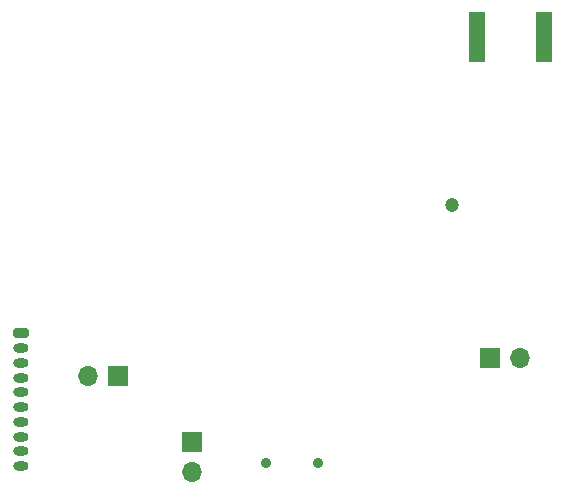
<source format=gbr>
%TF.GenerationSoftware,KiCad,Pcbnew,(6.0.1)*%
%TF.CreationDate,2022-05-25T14:38:50-05:00*%
%TF.ProjectId,aatr-sensor,61617472-2d73-4656-9e73-6f722e6b6963,1*%
%TF.SameCoordinates,Original*%
%TF.FileFunction,Soldermask,Bot*%
%TF.FilePolarity,Negative*%
%FSLAX46Y46*%
G04 Gerber Fmt 4.6, Leading zero omitted, Abs format (unit mm)*
G04 Created by KiCad (PCBNEW (6.0.1)) date 2022-05-25 14:38:50*
%MOMM*%
%LPD*%
G01*
G04 APERTURE LIST*
G04 Aperture macros list*
%AMRoundRect*
0 Rectangle with rounded corners*
0 $1 Rounding radius*
0 $2 $3 $4 $5 $6 $7 $8 $9 X,Y pos of 4 corners*
0 Add a 4 corners polygon primitive as box body*
4,1,4,$2,$3,$4,$5,$6,$7,$8,$9,$2,$3,0*
0 Add four circle primitives for the rounded corners*
1,1,$1+$1,$2,$3*
1,1,$1+$1,$4,$5*
1,1,$1+$1,$6,$7*
1,1,$1+$1,$8,$9*
0 Add four rect primitives between the rounded corners*
20,1,$1+$1,$2,$3,$4,$5,0*
20,1,$1+$1,$4,$5,$6,$7,0*
20,1,$1+$1,$6,$7,$8,$9,0*
20,1,$1+$1,$8,$9,$2,$3,0*%
G04 Aperture macros list end*
%ADD10RoundRect,0.200000X-0.450000X0.200000X-0.450000X-0.200000X0.450000X-0.200000X0.450000X0.200000X0*%
%ADD11O,1.300000X0.800000*%
%ADD12C,0.900000*%
%ADD13R,1.350000X4.200000*%
%ADD14R,1.700000X1.700000*%
%ADD15O,1.700000X1.700000*%
%ADD16C,1.200000*%
G04 APERTURE END LIST*
D10*
%TO.C,U3*%
X105425000Y-99625000D03*
D11*
X105425000Y-100875000D03*
X105425000Y-102125000D03*
X105425000Y-103375000D03*
X105425000Y-104625000D03*
X105425000Y-105875000D03*
X105425000Y-107125000D03*
X105425000Y-108375000D03*
X105425000Y-109625000D03*
X105425000Y-110875000D03*
%TD*%
D12*
%TO.C,J4*%
X130575000Y-110587500D03*
X126175000Y-110587500D03*
%TD*%
D13*
%TO.C,J6*%
X144050000Y-74500000D03*
X149700000Y-74500000D03*
%TD*%
D14*
%TO.C,J5*%
X145100000Y-101750000D03*
D15*
X147640000Y-101750000D03*
%TD*%
D14*
%TO.C,J7*%
X113650000Y-103250000D03*
D15*
X111110000Y-103250000D03*
%TD*%
D16*
%TO.C,U4*%
X141925000Y-88750000D03*
%TD*%
D14*
%TO.C,J3*%
X119875000Y-108837500D03*
D15*
X119875000Y-111377500D03*
%TD*%
M02*

</source>
